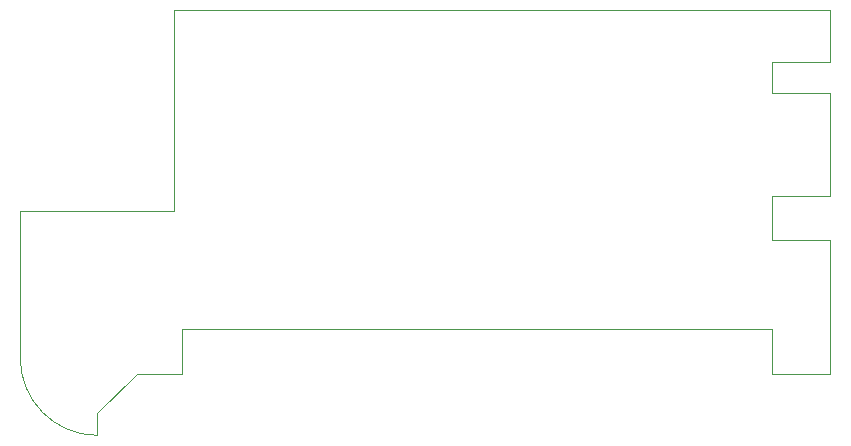
<source format=gbr>
%FSLAX34Y34*%
%MOMM*%
%LNOUTLINE*%
G71*
G01*
%ADD10C,0.000*%
%LPD*%
G54D10*
X691607Y795803D02*
X691607Y759608D01*
G54D10*
X642230Y946781D02*
X642230Y920797D01*
G54D10*
X642230Y920797D02*
X691607Y920797D01*
G54D10*
X691607Y920797D02*
X691607Y833802D01*
G54D10*
X642230Y795803D02*
X642230Y833802D01*
G54D10*
X642230Y833802D02*
X691607Y833802D01*
G54D10*
X5655Y820797D02*
X5655Y696159D01*
G54D10*
X142205Y720797D02*
X142205Y682799D01*
G54D10*
X104207Y682799D02*
X70984Y649550D01*
G54D10*
X70984Y649550D02*
X70984Y630830D01*
G54D10*
X642230Y820797D02*
X642230Y795803D01*
G54D10*
X642230Y795803D02*
X691607Y795803D01*
G54D10*
X691607Y795803D02*
X691607Y682799D01*
G54D10*
X691607Y990799D02*
X691607Y946781D01*
G54D10*
X642230Y946781D02*
X691607Y946781D01*
G54D10*
X135627Y820797D02*
X135627Y990799D01*
G54D10*
X142205Y682799D02*
X104207Y682799D01*
G54D10*
X642230Y682799D02*
X691607Y682799D01*
G54D10*
X642230Y682799D02*
X642230Y720797D01*
G54D10*
X642230Y720797D02*
X142205Y720797D01*
G54D10*
X5655Y820797D02*
X135627Y820797D01*
G54D10*
X691607Y990799D02*
X135627Y990799D01*
G54D10*
G75*
G01X5630Y696159D02*
G03X70984Y630805I65354J0D01*
G01*
M02*

</source>
